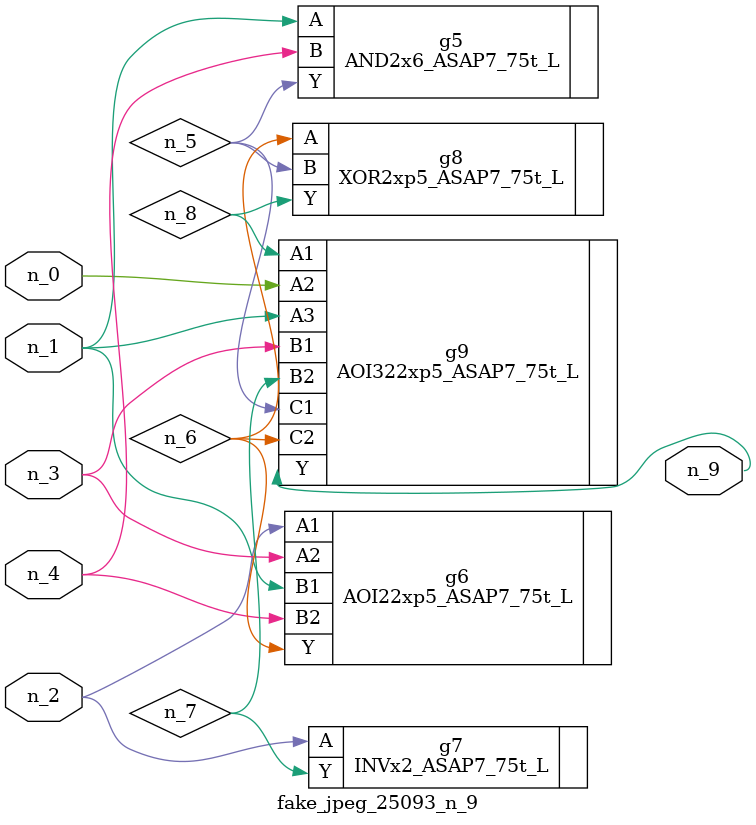
<source format=v>
module fake_jpeg_25093_n_9 (n_3, n_2, n_1, n_0, n_4, n_9);

input n_3;
input n_2;
input n_1;
input n_0;
input n_4;

output n_9;

wire n_8;
wire n_6;
wire n_5;
wire n_7;

AND2x6_ASAP7_75t_L g5 ( 
.A(n_1),
.B(n_4),
.Y(n_5)
);

AOI22xp5_ASAP7_75t_L g6 ( 
.A1(n_2),
.A2(n_3),
.B1(n_1),
.B2(n_4),
.Y(n_6)
);

INVx2_ASAP7_75t_L g7 ( 
.A(n_2),
.Y(n_7)
);

XOR2xp5_ASAP7_75t_L g8 ( 
.A(n_6),
.B(n_5),
.Y(n_8)
);

AOI322xp5_ASAP7_75t_L g9 ( 
.A1(n_8),
.A2(n_0),
.A3(n_1),
.B1(n_3),
.B2(n_7),
.C1(n_5),
.C2(n_6),
.Y(n_9)
);


endmodule
</source>
